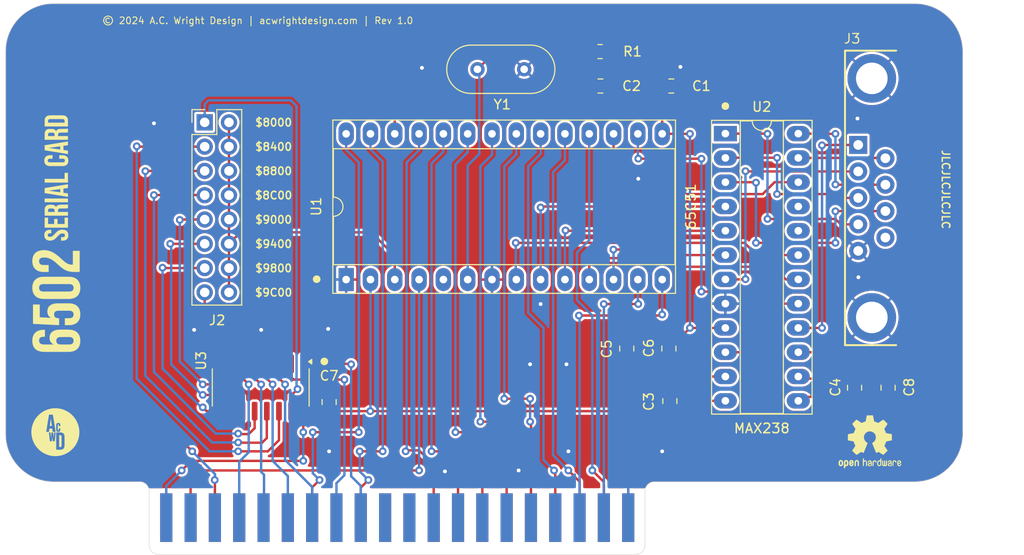
<source format=kicad_pcb>
(kicad_pcb (version 20240108) (generator "pcbnew") (generator_version "8.0")
  (title_block (title "6502 Serial Card") (date "2024-03-19") (rev "1.0") (company "A.C. Wright Design"))
  (layers (0 "F.Cu" signal "Top") (31 "B.Cu" signal "Bottom") (34 "B.Paste" user) (35 "F.Paste" user) (36 "B.SilkS" user "B.Silkscreen") (37 "F.SilkS" user "F.Silkscreen") (38 "B.Mask" user) (39 "F.Mask" user) (44 "Edge.Cuts" user))
  (net 0 "")
  (net 1 "GND")
  (net 2 "VCC")
  (net 3 "A15")
  (net 4 "A14")
  (net 5 "A13")
  (net 6 "A12")
  (net 7 "A11")
  (net 8 "A10")
  (net 9 "Net-(U1-XTALI)")
  (net 10 "Net-(U2-C1-)")
  (net 11 "IRQB")
  (net 12 "RESB")
  (net 13 "/$8000")
  (net 14 "/$8400")
  (net 15 "/$8800")
  (net 16 "/$8C00")
  (net 17 "/$9000")
  (net 18 "/$9400")
  (net 19 "/$9800")
  (net 20 "/$9C00")
  (net 21 "Net-(U2-C1+)")
  (net 22 "Net-(U2-C2-)")
  (net 23 "Net-(U2-C2+)")
  (net 24 "D7")
  (net 25 "RWB")
  (net 26 "A0")
  (net 28 "D5")
  (net 29 "D4")
  (net 31 "D3")
  (net 32 "PHI2")
  (net 33 "D6")
  (net 34 "D2")
  (net 35 "A1")
  (net 36 "D0")
  (net 37 "D1")
  (net 38 "CSB")
  (net 39 "Net-(U2-V+)")
  (net 40 "Net-(U2-V-)")
  (net 42 "TXD")
  (net 56 "DTR")
  (net 57 "DCD")
  (net 59 "RXD")
  (net 61 "DSR")
  (net 62 "CTS")
  (net 63 "RTS")
  (net 64 "RXDIN")
  (net 65 "DCDIN")
  (net 66 "TXDOUT")
  (net 67 "RTSOUT")
  (net 68 "CTSIN")
  (net 69 "DSRIN")
  (net 70 "DTROUT")
  (footprint "Capacitor_SMD:C_0805_2012Metric" (layer "F.Cu") (at 187.2011 116.3636 90)
    (property "Reference" "C4")
    (property "Value" "1uF" (hide yes))
  )
  (footprint "Capacitor_SMD:C_0805_2012Metric" (layer "F.Cu") (at 167.9011 117.7636 -90)
    (property "Reference" "C3")
    (property "Value" "1uF" (hide yes))
  )
  (footprint "Capacitor_SMD:C_0805_2012Metric" (layer "F.Cu") (at 190.7011 116.3636 -90)
    (property "Reference" "C8")
    (property "Value" "1uF" (hide yes))
  )
  (footprint "Capacitor_SMD:C_0805_2012Metric" (layer "F.Cu") (at 168.0511 84.8136)
    (property "Reference" "C1")
    (property "Value" "100nF" (hide yes))
  )
  (footprint "Capacitor_SMD:C_0805_2012Metric" (layer "F.Cu") (at 167.8011 112.2636 -90)
    (property "Reference" "C6")
    (property "Value" "1uF" (hide yes))
  )
  (footprint "Crystal:Crystal_HC49-U_Vertical" (layer "F.Cu") (at 147.8011 83.0636)
    (property "Reference" "Y1")
    (property "Value" "1.8432 Mhz" (hide yes))
  )
  (footprint "Resistor_SMD:R_0805_2012Metric" (layer "F.Cu") (at 160.6136 81.2136 180)
    (property "Reference" "R1")
    (property "Value" "1M" (hide yes))
  )
  (footprint "Capacitor_SMD:C_0805_2012Metric" (layer "F.Cu") (at 132.3011 117.8636 90)
    (property "Reference" "C7")
    (property "Value" "100nF" (hide yes))
  )
  (footprint "Package_DIP:DIP-24_W7.62mm_Socket_LongPads" (layer "F.Cu") (at 173.7011 89.7936)
    (property "Reference" "U2")
    (property "Value" "MAX238")
  )
  (footprint "Capacitor_SMD:C_0805_2012Metric" (layer "F.Cu") (at 163.4011 112.2636 -90)
    (property "Reference" "C5")
    (property "Value" "100nF" (hide yes))
  )
  (footprint "Capacitor_SMD:C_0805_2012Metric" (layer "F.Cu") (at 160.6511 84.8136 180)
    (property "Reference" "C2")
    (property "Value" "22pF" (hide yes))
  )
  (footprint "Package_SO:SOIC-16_3.9x9.9mm_P1.27mm" (layer "F.Cu") (at 125.1561 116.3386 -90)
    (property "Reference" "U3")
    (property "Value" "74LS138" (hide yes))
  )
  (footprint "6502 Parts:DB9" (layer "F.Cu") (at 189.0011 96.51426 -90)
    (property "Reference" "J3")
    (property "Value" "DB9_Female" (hide yes))
  )
  (footprint "Package_DIP:DIP-28_W15.24mm_Socket_LongPads" (layer "F.Cu") (at 134.0811 105.0536 90)
    (property "Reference" "U1")
    (property "Value" "65C51")
  )
  (footprint "Symbol:OSHW-Logo2_7.3x6mm_SilkScreen" (layer "F.Cu") (at 188.8011 122.0136)
    (property "Reference" "REF**" (hide yes))
    (property "Value" "OSHW-Logo2_7.3x6mm_SilkScreen" (hide yes))
  )
  (footprint "A.C. Wright Logo:A.C. Wright Logo 5mm" (layer "F.Cu") (at 103.7011 121.0136)
    (property "Reference" "G***" (hide yes))
    (property "Value" "LOGO" (hide yes))
  )
  (footprint "6502 Logos:6502 Serial Card Logo 5mm" (layer "F.Cu") (at 103.8011 97.6136 90)
    (property "Reference" "G***" (hide yes))
    (property "Value" "LOGO" (hide yes))
  )
  (footprint "Connector_PinHeader_2.54mm:PinHeader_2x08_P2.54mm_Vertical" (layer "F.Cu") (at 119.3011 88.6136)
    (property "Reference" "J2")
    (property "Value" "Conn_02x08_Odd_Even" (hide yes))
  )
  (footprint "6502 Parts:6502CARDEDGE" (layer "F.Cu") (at 115.29 132.49)
    (property "Reference" "J1" (hide yes))
    (property "Value" "6502CARDEDGE" (hide yes))
  )
  (gr_circle (center 173.7011 86.9136) (end 173.9011 86.9136) (stroke (width 0.4)) (fill none) (layer "F.SilkS"))
  (gr_circle (center 131.0011 105.0136) (end 131.2011 105.0136) (stroke (width 0.4)) (fill none) (layer "F.SilkS"))
  (gr_circle (center 131.8011 113.6136) (end 132.0011 113.6136) (stroke (width 0.4)) (fill none) (layer "F.SilkS"))
  (gr_line (start 166.3011 126.1936) (end 193.5011 126.1936) (stroke (width 0.05)) (layer "Edge.Cuts"))
  (gr_line (start 165.3011 132.8136) (end 165.3011 127.1936) (stroke (width 0.05)) (layer "Edge.Cuts"))
  (gr_line (start 113.5011 127.1936) (end 113.5011 132.8136) (stroke (width 0.05)) (layer "Edge.Cuts"))
  (gr_arc (start 198.5011 121.1936) (mid 197.036634 124.729134) (end 193.5011 126.1936) (stroke (width 0.05)) (layer "Edge.Cuts"))
  (gr_line (start 103.5011 126.1936) (end 112.5011 126.1936) (stroke (width 0.05)) (layer "Edge.Cuts"))
  (gr_line (start 98.5011 81.1936) (end 98.5011 121.1936) (stroke (width 0.05)) (layer "Edge.Cuts"))
  (gr_arc (start 193.5011 76.1936) (mid 197.036634 77.658066) (end 198.5011 81.1936) (stroke (width 0.05)) (layer "Edge.Cuts"))
  (gr_arc (start 103.5011 126.1936) (mid 99.965566 124.729134) (end 98.5011 121.1936) (stroke (width 0.05)) (layer "Edge.Cuts"))
  (gr_arc (start 165.3011 132.8136) (mid 165.008207 133.520707) (end 164.3011 133.8136) (stroke (width 0.05)) (layer "Edge.Cuts"))
  (gr_arc (start 112.5011 126.1936) (mid 113.208207 126.486493) (end 113.5011 127.1936) (stroke (width 0.05)) (layer "Edge.Cuts"))
  (gr_arc (start 98.5011 81.1936) (mid 99.965566 77.658066) (end 103.5011 76.1936) (stroke (width 0.05)) (layer "Edge.Cuts"))
  (gr_line (start 114.5011 133.8136) (end 164.3011 133.8136) (stroke (width 0.05)) (layer "Edge.Cuts"))
  (gr_line (start 193.5011 76.1936) (end 103.5011 76.1936) (stroke (width 0.05)) (layer "Edge.Cuts"))
  (gr_line (start 198.5011 121.1936) (end 198.5011 81.1936) (stroke (width 0.05)) (layer "Edge.Cuts"))
  (gr_arc (start 165.3011 127.1936) (mid 165.593993 126.486493) (end 166.3011 126.1936) (stroke (width 0.05)) (layer "Edge.Cuts"))
  (gr_arc (start 114.5011 133.8136) (mid 113.793993 133.520707) (end 113.5011 132.8136) (stroke (width 0.05)) (layer "Edge.Cuts"))
  (gr_text "JLCJLCJLCJLC" (at 196.723 95.631 270) (layer "F.SilkS") (effects (font (size 0.8 0.8))))
  (gr_text "© 2024 A.C. Wright Design | acwrightdesign.com | Rev 1.0" (at 124.841 77.978 0) (layer "F.SilkS") (effects (font (size 0.7 0.7) (thickness 0.1))))
  (gr_text "$9000" (at 126.5011 98.7936 0) (layer "F.SilkS") (effects (font (size 0.8 0.8))))
  (gr_text "$8400" (at 126.5011 91.1736 0) (layer "F.SilkS") (effects (font (size 0.8 0.8))))
  (gr_text "$8C00" (at 126.5011 96.2536 0) (layer "F.SilkS") (effects (font (size 0.8 0.8))))
  (gr_text "$9C00" (at 126.5011 106.4136 0) (layer "F.SilkS") (effects (font (size 0.8 0.8))))
  (gr_text "$8000" (at 126.5011 88.6336 0) (layer "F.SilkS") (effects (font (size 0.8 0.8))))
  (gr_text "$9400" (at 126.5011 101.3336 0) (layer "F.SilkS") (effects (font (size 0.8 0.8))))
  (gr_text "$8800" (at 126.5011 93.7136 0) (layer "F.SilkS") (effects (font (size 0.8 0.8))))
  (gr_text "$9800" (at 126.5011 103.8736 0) (layer "F.SilkS") (effects (font (size 0.8 0.8))))
  (segment (start 115.29 129.95) (end 115.29 125.0247) (width 0.25) (layer "F.Cu") (net 1))
  (via (at 132.3011 123.0136) (size 0.8) (drill 0.4) (layers "F.Cu" "B.Cu") (net 1))
  (via (at 153.3011 113.9136) (size 0.8) (drill 0.4) (layers "F.Cu" "B.Cu") (net 1))
  (via (at 154.4011 107.6136) (size 0.8) (drill 0.4) (layers "F.Cu" "B.Cu") (net 1))
  (via (at 142.0011 82.9136) (size 0.8) (drill 0.4) (layers "F.Cu" "B.Cu") (net 1))
  (via (at 152.1011 125.0136) (size 0.8) (drill 0.4) (layers "F.Cu" "B.Cu") (net 1))
  (via (at 187.6011 104.8136) (size 0.8) (drill 0.4) (layers "F.Cu" "B.Cu") (net 1))
  (via (at 157.1011 113.9136) (size 0.8) (drill 0.4) (layers "F.Cu" "B.Cu") (net 1))
  (via (at 118.2011 110.3136) (size 0.8) (drill 0.4) (layers "F.Cu" "B.Cu") (net 1))
  (via (at 164.6011 94.5136) (size 0.8) (drill 0.4) (layers "F.Cu" "B.Cu") (net 1))
  (via (at 167.1011 123.0136) (size 0.8) (drill 0.4) (layers "F.Cu" "B.Cu") (net 1))
  (via (at 169.0011 82.8136) (size 0.8) (drill 0.4) (layers "F.Cu" "B.Cu") (net 1))
  (via (at 114.0011 88.7136) (size 0.8) (drill 0.4) (layers "F.Cu" "B.Cu") (net 1))
  (via (at 187.5011 88.2136) (size 0.8) (drill 0.4) (layers "F.Cu" "B.Cu") (net 1))
  (via (at 157.3011 123.0136) (size 0.8) (drill 0.4) (layers "F.Cu" "B.Cu") (net 1))
  (via (at 144.4011 125.1136) (size 0.8) (drill 0.4) (layers "F.Cu" "B.Cu") (net 1))
  (via (at 132.2011 110.2136) (size 0.8) (drill 0.4) (layers "F.Cu" "B.Cu") (net 1))
  (via (at 125.2011 110.3136) (size 0.8) (drill 0.4) (layers "F.Cu" "B.Cu") (net 1))
  (segment (start 163.55 129.95) (end 163.55 125.0625) (width 0.25) (layer "B.Cu") (net 1))
  (segment (start 163.55 113.5625) (end 163.2011 113.2136) (width 0.25) (layer "F.Cu") (net 2))
  (segment (start 163.55 129.95) (end 163.55 118.8136) (width 0.25) (layer "F.Cu") (net 2))
  (segment (start 117.9011 124.0136) (end 129.6011 124.0136) (width 0.25) (layer "F.Cu") (net 2))
  (segment (start 116.9011 125.0136) (end 117.9011 124.0136) (width 0.25) (layer "F.Cu") (net 2))
  (segment (start 167.1011 84.8136) (end 167.1011 89.8136) (width 0.25) (layer "F.Cu") (net 2))
  (segment (start 166.6011 111.3136) (end 164.7011 113.2136) (width 0.25) (layer "F.Cu") (net 2))
  (segment (start 167.1011 89.8136) (end 170.0011 89.8136) (width 0.25) (layer "F.Cu") (net 2))
  (segment (start 136.6011 118.8136) (end 132.7011 118.8136) (width 0.25) (layer "F.Cu") (net 2))
  (segment (start 167.8011 111.3136) (end 166.6011 111.3136) (width 0.25) (layer "F.Cu") (net 2))
  (segment (start 136.6011 118.8136) (end 163.55 118.8136) (width 0.25) (layer "F.Cu") (net 2))
  (segment (start 168.8011 111.3136) (end 170.0011 110.1136) (width 0.25) (layer "F.Cu") (net 2))
  (segment (start 170.0011 110.1136) (end 173.7011 110.1136) (width 0.25) (layer "F.Cu") (net 2))
  (segment (start 132.6011 118.8136) (end 129.6011 118.8136) (width 0.25) (layer "F.Cu") (net 2))
  (segment (start 132.4011 118.8136) (end 132.3011 118.8136) (width 0.25) (layer "F.Cu") (net 2))
  (segment (start 164.7011 113.2136) (end 163.2011 113.2136) (width 0.25) (layer "F.Cu") (net 2))
  (segment (start 163.55 118.8136) (end 163.55 113.5625) (width 0.25) (layer "F.Cu") (net 2))
  (segment (start 167.8011 111.3136) (end 168.8011 111.3136) (width 0.25) (layer "F.Cu") (net 2))
  (segment (start 129.6011 121.0136) (end 129.6011 118.8136) (width 0.25) (layer "F.Cu") (net 2))
  (via (at 136.6011 118.8136) (size 0.8) (drill 0.4) (layers "F.Cu" "B.Cu") (net 2))
  (via (at 170.0011 110.1136) (size 0.8) (drill 0.4) (layers "F.Cu" "B.Cu") (net 2))
  (via (at 129.6011 121.0136) (size 0.8) (drill 0.4) (layers "F.Cu" "B.Cu") (net 2))
  (via (at 116.9011 125.0136) (size 0.8) (drill 0.4) (layers "F.Cu" "B.Cu") (net 2))
  (via (at 129.6011 124.0136) (size 0.8) (drill 0.4) (layers "F.Cu" "B.Cu") (net 2))
  (via (at 170.0011 89.8136) (size 0.8) (drill 0.4) (layers "F.Cu" "B.Cu") (net 2))
  (segment (start 129.6011 124.0136) (end 129.6011 121.0136) (width 0.25) (layer "B.Cu") (net 2))
  (segment (start 115.29 129.95) (end 115.29 126.6247) (width 0.25) (layer "B.Cu") (net 2))
  (segment (start 136.6011 118.8136) (end 136.6211 118.7936) (width 0.25) (layer "B.Cu") (net 2))
  (segment (start 170.0011 90.7136) (end 170.0011 110.1136) (width 0.25) (layer "B.Cu") (net 2))
  (segment (start 170.0011 89.8136) (end 170.0011 90.7136) (width 0.25) (layer "B.Cu") (net 2))
  (segment (start 136.6211 118.7936) (end 136.6211 105.0536) (width 0.25) (layer "B.Cu") (net 2))
  (segment (start 115.29 126.6247) (end 116.9011 125.0136) (width 0.25) (layer "B.Cu") (net 2))
  (segment (start 123.9011 116.0136) (end 123.2511 115.3636) (width 0.25) (layer "F.Cu") (net 3))
  (segment (start 123.2511 115.3636) (end 123.2511 113.8636) (width 0.25) (layer "F.Cu") (net 3))
  (via (at 123.9011 116.0136) (size 0.8) (drill 0.4) (layers "F.Cu" "B.Cu") (net 3))
  (segment (start 123.9011 123.1136) (end 123.9011 122.8136) (width 0.25) (layer "B.Cu") (net 3))
  (segment (start 123.9011 122.8136) (end 123.9011 116.0136) (width 0.25) (layer "B.Cu") (net 3))
  (segment (start 122.91 129.95) (end 122.91 124.1047) (width 0.25) (layer "B.Cu") (net 3))
  (segment (start 122.91 124.1047) (end 123.9011 123.1136) (width 0.25) (layer "B.Cu") (net 3))
  (segment (start 125.2011 116.0136) (end 124.5211 115.3336) (width 0.25) (layer "F.Cu") (net 4))
  (segment (start 124.5211 115.3336) (end 124.5211 113.8636) (width 0.25) (layer "F.Cu") (net 4))
  (via (at 125.2011 116.0136) (size 0.8) (drill 0.4) (layers "F.Cu" "B.Cu") (net 4))
  (segment (start 125.5011 125.4636) (end 125.5011 129.8989) (width 0.25) (layer "B.Cu") (net 4))
  (segment (start 125.2011 125.1636) (end 125.5011 125.4636) (width 0.25) (layer "B.Cu") (net 4))
  (segment (start 125.5011 129.8989) (end 125.45 129.95) (width 0.25) (layer "B.Cu") (net 4))
  (segment (start 125.2011 116.0136) (end 125.2011 125.1636) (width 0.25) (layer "B.Cu") (net 4))
  (segment (start 125.8011 115.4136) (end 125.8011 115.3136) (width 0.25) (layer "F.Cu") (net 5))
  (segment (start 125.8011 115.3136) (end 125.7911 115.3036) (width 0.25) (layer "F.Cu") (net 5))
  (segment (start 126.4011 116.0136) (end 125.8011 115.4136) (width 0.25) (layer "F.Cu") (net 5))
  (segment (start 125.7911 115.3036) (end 125.7911 113.8636) (width 0.25) (layer "F.Cu") (net 5))
  (via (at 126.4011 116.0136) (size 0.8) (drill 0.4) (layers "F.Cu" "B.Cu") (net 5))
  (segment (start 127.99 129.95) (end 127.99 125.6025) (width 0.25) (layer "B.Cu") (net 5))
  (segment (start 126.4011 124.0136) (end 126.4011 116.0136) (width 0.25) (layer "B.Cu") (net 5))
  (segment (start 127.99 129.9247) (end 128.0011 129.9136) (width 0.25) (layer "B.Cu") (net 5))
  (segment (start 127.99 125.6025) (end 126.4011 124.0136) (width 0.25) (layer "B.Cu") (net 5))
  (segment (start 127.99 129.95) (end 127.99 129.9247) (width 0.25) (layer "B.Cu") (net 5))
  (segment (start 127.7011 116.0136) (end 127.0611 115.3736) (width 0.25) (layer "F.Cu") (net 6))
  (segment (start 127.0611 115.3736) (end 127.0611 113.8636) (width 0.25) (layer "F.Cu") (net 6))
  (via (at 127.7011 116.0136) (size 0.8) (drill 0.4) (layers "F.Cu" "B.Cu") (net 6))
  (segment (start 130.53 126.7425) (end 127.7011 123.9136) (width 0.25) (layer "B.Cu") (net 6))
  (segment (start 127.7011 123.9136) (end 127.7011 116.0136) (width 0.25) (layer "B.Cu") (net 6))
  (segment (start 130.53 129.95) (end 130.53 126.7425) (width 0.25) (layer "B.Cu") (net 6))
  (segment (start 128.3311 115.2436) (end 128.3311 113.8636) (width 0.25) (layer "F.Cu") (net 7))
  (segment (start 133.9011 115.5136) (end 128.6011 115.5136) (width 0.25) (layer "F.Cu") (net 7))
  (segment (start 128.6011 115.5136) (end 128.3311 115.2436) (width 0.25) (layer "F.Cu") (net 7))
  (via (at 133.9011 115.5136) (size 0.8) (drill 0.4) (layers "F.Cu" "B.Cu") (net 7))
  (segment (start 133.9011 125.5136) (end 133.07 126.3447) (width 0.25) (layer "B.Cu") (net 7))
  (segment (start 133.07 126.3447) (end 133.07 129.95) (width 0.25) (layer "B.Cu") (net 7))
  (segment (start 133.9011 115.5136) (end 133.9011 125.5136) (width 0.25) (layer "B.Cu") (net 7))
  (segment (start 134.5511 113.8636) (end 129.6011 113.8636) (width 0.25) (layer "F.Cu") (net 8))
  (segment (start 134.6011 113.9136) (end 134.5511 113.8636) (width 0.25) (layer "F.Cu") (net 8))
  (via (at 134.6011 113.9136) (size 0.8) (drill 0.4) (layers "F.Cu" "B.Cu") (net 8))
  (segment (start 135.61 126.6225) (end 135.61 129.95) (width 0.25) (layer "B.Cu") (net 8))
  (segment (start 134.6011 125.6136) (end 135.61 126.6225) (width 0.25) (layer "B.Cu") (net 8))
  (segment (start 134.6011 113.9136) (end 134.6011 125.6136) (width 0.25) (layer "B.Cu") (net 8))
  (segment (start 159.7011 81.2136) (end 149.6511 81.2136) (width 0.25) (layer "F.Cu") (net 9))
  (segment (start 159.7011 81.2136) (end 159.7011 84.8136) (width 0.25) (layer "F.Cu") (net 9))
  (segment (start 146.8011 105.0336) (end 146.7811 105.0536) (width 0.25) (layer "F.Cu") (net 9))
  (segment (start 149.6511 81.2136) (end 147.8011 83.0636) (width 0.25) (layer "F.Cu") (net 9))
  (segment (start 147.8011 83.0636) (end 148.0011 83.2636) (width 0.25) (layer "B.Cu") (net 9))
  (segment (start 148.0011 91.9136) (end 146.7811 93.1336) (width 0.25) (layer "B.Cu") (net 9))
  (segment (start 148.0011 83.2636) (end 148.0011 91.9136) (width 0.25) (layer "B.Cu") (net 9))
  (segment (start 146.7811 93.1336) (end 146.7811 105.0536) (width 0.25) (layer "B.Cu") (net 9))
  (segment (start 169.6011 118.7136) (end 170.5811 117.7336) (width 0.25) (layer "F.Cu") (net 10))
  (segment (start 170.5811 117.7336) (end 173.7011 117.7336) (width 0.25) (layer "F.Cu") (net 10))
  (segment (start 167.9011 118.7136) (end 169.6011 118.7136) (width 0.25) (layer "F.Cu") (net 10))
  (segment (start 139.1611 86.4736) (end 139.1611 89.8136) (width 0.25) (layer "F.Cu") (net 11))
  (segment (start 110.9011 115.9136) (end 110.9011 87.4136) (width 0.25) (layer "F.Cu") (net 11))
  (segment (start 118.0011 123.0136) (end 110.9011 115.9136) (width 0.25) (layer "F.Cu") (net 11))
  (segment (start 120.37 126.0325) (end 120.37 129.95) (width 0.25) (layer "F.Cu") (net 11))
  (segment (start 137.7511 85.0636) (end 139.1611 86.4736) (width 0.25) (layer "F.Cu") (net 11))
  (segment (start 113.2511 85.0636) (end 137.7511 85.0636) (width 0.25) (layer "F.Cu") (net 11))
  (segment (start 120.3511 126.0136) (end 120.37 126.0325) (width 0.25) (layer "F.Cu") (net 11))
  (segment (start 110.9011 87.4136) (end 113.2511 85.0636) (width 0.25) (layer "F.Cu") (net 11))
  (via (at 118.0011 123.0136) (size 0.8) (drill 0.4) (layers "F.Cu" "B.Cu") (net 11))
  (via (at 120.3511 126.0136) (size 0.8) (drill 0.4) (layers "F.Cu" "B.Cu") (net 11))
  (segment (start 120.3761 125.9886) (end 120.3511 126.0136) (width 0.25) (layer "B.Cu") (net 11))
  (segment (start 118.0011 123.0136) (end 120.3761 125.3886) (width 0.25) (layer "B.Cu") (net 11))
  (segment (start 120.3761 125.3886) (end 120.3761 125.9886) (width 0.25) (layer "B.Cu") (net 11))
  (segment (start 117.83 129.95) (end 117.83 126.1847) (width 0.25) (layer "F.Cu") (net 12))
  (segment (start 119.0011 125.0136) (end 119.9011 125.0136) (width 0.25) (layer "F.Cu") (net 12))
  (segment (start 117.83 126.1847) (end 119.0011 125.0136) (width 0.25) (layer "F.Cu") (net 12))
  (segment (start 119.9011 125.0136) (end 141.7011 125.0136) (width 0.25) (layer "F.Cu") (net 12))
  (via (at 141.7011 125.0136) (size 0.8) (drill 0.4) (layers "F.Cu" "B.Cu") (net 12))
  (segment (start 141.7011 125.0136) (end 141.7011 105.0536) (width 0.25) (layer "B.Cu") (net 12))
  (segment (start 128.3311 117.1836) (end 129.0011 116.5136) (width 0.25) (layer "F.Cu") (net 13))
  (segment (start 128.3311 118.8136) (end 128.3311 117.1836) (width 0.25) (layer "F.Cu") (net 13))
  (via (at 129.0011 116.5136) (size 0.8) (drill 0.4) (layers "F.Cu" "B.Cu") (net 13))
  (segment (start 119.3011 86.7136) (end 119.3011 88.6136) (width 0.25) (layer "B.Cu") (net 13))
  (segment (start 119.7011 86.3136) (end 119.3011 86.7136) (width 0.25) (layer "B.Cu") (net 13))
  (segment (start 128.9011 86.9136) (end 128.3011 86.3136) (width 0.25) (layer "B.Cu") (net 13))
  (segment (start 129.0011 116.5136) (end 128.9011 116.4136) (width 0.25) (layer "B.Cu") (net 13))
  (segment (start 128.9011 116.4136) (end 128.9011 86.9136) (width 0.25) (layer "B.Cu") (net 13))
  (segment (start 128.3011 86.3136) (end 119.7011 86.3136) (width 0.25) (layer "B.Cu") (net 13))
  (segment (start 127.0611 121.8536) (end 125.9011 123.0136) (width 0.25) (layer "F.Cu") (net 14))
  (segment (start 112.2411 91.1536) (end 112.2011 91.1136) (width 0.25) (layer "F.Cu") (net 14))
  (segment (start 127.0611 118.8136) (end 127.0611 121.8536) (width 0.25) (layer "F.Cu") (net 14))
  (segment (start 119.3011 91.1536) (end 112.2411 91.1536) (width 0.25) (layer "F.Cu") (net 14))
  (segment (start 125.9011 123.0136) (end 122.8011 123.0136) (width 0.25) (layer "F.Cu") (net 14))
  (via (at 112.2011 91.1136) (size 0.8) (drill 0.4) (layers "F.Cu" "B.Cu") (net 14))
  (via (at 122.8011 123.0136) (size 0.8) (drill 0.4) (layers "F.Cu" "B.Cu") (net 14))
  (segment (start 119.8011 123.0136) (end 122.8011 123.0136) (width 0.25) (layer "B.Cu") (net 14))
  (segment (start 112.2011 115.4136) (end 119.8011 123.0136) (width 0.25) (layer "B.Cu") (net 14))
  (segment (start 112.2011 91.1136) (end 112.2011 115.4136) (width 0.25) (layer "B.Cu") (net 14))
  (segment (start 113.1011 93.7136) (end 113.1211 93.6936) (width 0.25) (layer "F.Cu") (net 15))
  (segment (start 122.828103 122.1136) (end 122.8011 122.086597) (width 0.25) (layer "F.Cu") (net 15))
  (segment (start 113.1211 93.6936) (end 119.3011 93.6936) (width 0.25) (layer "F.Cu") (net 15))
  (segment (start 125.3011 122.1136) (end 122.828103 122.1136) (width 0.25) (layer "F.Cu") (net 15))
  (segment (start 125.7911 121.6236) (end 125.3011 122.1136) (width 0.25) (layer "F.Cu") (net 15))
  (segment (start 125.7911 118.8136) (end 125.7911 121.6236) (width 0.25) (layer "F.Cu") (net 15))
  (via (at 113.1011 93.7136) (size 0.8) (drill 0.4) (layers "F.Cu" "B.Cu") (net 15))
  (via (at 122.8011 122.086597) (size 0.8) (drill 0.4) (layers "F.Cu" "B.Cu") (net 15))
  (segment (start 113.1011 115.1136) (end 120.074097 122.086597) (width 0.25) (layer "B.Cu") (net 15))
  (segment (start 120.074097 122.086597) (end 122.8011 122.086597) (width 0.25) (layer "B.Cu") (net 15))
  (segment (start 113.1011 93.7136) (end 113.1011 115.1136) (width 0.25) (layer "B.Cu") (net 15))
  (segment (start 119.2811 96.2136) (end 119.3011 96.2336) (width 0.25) (layer "F.Cu") (net 16))
  (segment (start 122.855106 121.2136) (end 122.8011 121.159594) (width 0.25) (layer "F.Cu") (net 16))
  (segment (start 123.9011 121.2136) (end 122.855106 121.2136) (width 0.25) (layer "F.Cu") (net 16))
  (segment (start 124.5211 120.5936) (end 123.9011 121.2136) (width 0.25) (layer "F.Cu") (net 16))
  (segment (start 124.5211 118.8136) (end 124.5211 120.5936) (width 0.25) (layer "F.Cu") (net 16))
  (segment (start 114.0011 96.2136) (end 119.2811 96.2136) (width 0.25) (layer "F.Cu") (net 16))
  (via (at 122.8011 121.159594) (size 0.8) (drill 0.4) (layers "F.Cu" "B.Cu") (net 16))
  (via (at 114.0011 96.2136) (size 0.8) (drill 0.4) (layers "F.Cu" "B.Cu") (net 16))
  (segment (start 114.0011 96.2136) (end 114.0011 114.7136) (width 0.25) (layer "B.Cu") (net 16))
  (segment (start 120.447094 121.159594) (end 122.8011 121.159594) (width 0.25) (layer "B.Cu") (net 16))
  (segment (start 114.0011 114.7136) (end 120.447094 121.159594) (width 0.25) (layer "B.Cu") (net 16))
  (segment (start 122.0011 116.0136) (end 119.1011 116.0136) (width 0.25) (layer "F.Cu") (net 17))
  (segment (start 123.2511 117.2636) (end 122.0011 116.0136) (width 0.25) (layer "F.Cu") (net 17))
  (segment (start 123.2511 118.8136) (end 123.2511 117.2636) (width 0.25) (layer "F.Cu") (net 17))
  (segment (start 116.7011 98.8136) (end 116.7411 98.7736) (width 0.25) (layer "F.Cu") (net 17))
  (segment (start 116.7411 98.7736) (end 119.3011 98.7736) (width 0.25) (layer "F.Cu") (net 17))
  (via (at 119.1011 116.0136) (size 0.8) (drill 0.4) (layers "F.Cu" "B.Cu") (net 17))
  (via (at 116.7011 98.8136) (size 0.8) (drill 0.4) (layers "F.Cu" "B.Cu") (net 17))
  (segment (start 116.7011 113.6136) (end 116.7011 98.8136) (width 0.25) (layer "B.Cu") (net 17))
  (segment (start 119.1011 116.0136) (end 116.7011 113.6136) (width 0.25) (layer "B.Cu") (net 17))
  (segment (start 121.6011 117.1136) (end 121.9811 117.4936) (width 0.25) (layer "F.Cu") (net 18))
  (segment (start 121.9811 117.4936) (end 121.9811 118.8136) (width 0.25) (layer "F.Cu") (net 18))
  (segment (start 119.1011 117.1136) (end 121.6011 117.1136) (width 0.25) (layer "F.Cu") (net 18))
  (segment (start 115.7011 101.3136) (end 119.3011 101.3136) (width 0.25) (layer "F.Cu") (net 18))
  (via (at 119.1011 117.1136) (size 0.8) (drill 0.4) (layers "F.Cu" "B.Cu") (net 18))
  (via (at 115.7011 101.3136) (size 0.8) (drill 0.4) (layers "F.Cu" "B.Cu") (net 18))
  (segment (start 119.0011 117.1136) (end 115.8011 113.9136) (width 0.25) (layer "B.Cu") (net 18))
  (segment (start 115.8011 113.9136) (end 115.8011 101.4136) (width 0.25) (layer "B.Cu") (net 18))
  (segment (start 115.8011 101.4136) (end 115.7011 101.3136) (width 0.25) (layer "B.Cu") (net 18))
  (segment (start 119.1011 117.1136) (end 119.0011 117.1136) (width 0.25) (layer "B.Cu") (net 18))
  (segment (start 119.1011 118.4136) (end 119.5011 118.8136) (width 0.25) (layer "F.Cu") (net 19))
  (segment (start 114.9011 103.8136) (end 114.9411 103.8536) (width 0.25) (layer "F.Cu") (net 19))
  (segment (start 119.5011 118.8136) (end 120.7111 118.8136) (width 0.25) (layer "F.Cu") (net 19))
  (segment (start 114.9411 103.8536) (end 119.3011 103.8536) (width 0.25) (layer "F.Cu") (net 19))
  (via (at 114.9011 103.8136) (size 0.8) (drill 0.4) (layers "F.Cu" "B.Cu") (net 19))
  (via (at 119.1011 118.4136) (size 0.8) (drill 0.4) (layers "F.Cu" "B.Cu") (net 19))
  (segment (start 114.9011 114.3636) (end 114.9011 103.8136) (width 0.25) (layer "B.Cu") (net 19))
  (segment (start 118.9511 118.4136) (end 114.9011 114.3636) (width 0.25) (layer "B.Cu") (net 19))
  (segment (start 119.1011 118.4136) (end 118.9511 118.4136) (width 0.25) (layer "B.Cu") (net 19))
  (segment (start 121.9811 113.8636) (end 121.9811 112.1936) (width 0.25) (layer "F.Cu") (net 20))
  (segment (start 121.9811 112.1936) (end 119.3011 109.5136) (width 0.25) (layer "F.Cu") (net 20))
  (segment (start 119.3011 109.5136) (end 119.3011 106.3936) (width 0.25) (layer "F.Cu") (net 20))
  (segment (start 168.2011 116.5136) (end 175.5011 116.5136) (width 0.25) (layer "F.Cu") (net 21))
  (segment (start 176.4011 113.4136) (end 175.6411 112.6536) (width 0.25) (layer "F.Cu") (net 21))
  (segment (start 175.6411 112.6536) (end 173.7011 112.6536) (width 0.25) (layer "F.Cu") (net 21))
  (segment (start 175.5011 116.5136) (end 176.4011 115.6136) (width 0.25) (layer "F.Cu") (net 21))
  (segment (start 176.4011 115.6136) (end 176.4011 113.4136) (width 0.25) (layer "F.Cu") (net 21))
  (segment (start 167.9011 116.8136) (end 168.2011 116.5136) (width 0.25) (layer "F.Cu") (net 21))
  (segment (start 187.2011 115.4136) (end 181.5411 115.4136) (width 0.25) (layer "F.Cu") (net 22))
  (segment (start 181.5411 115.4136) (end 181.3211 115.1936) (width 0.25) (layer "F.Cu") (net 22))
  (segment (start 187.2011 117.3136) (end 181.7411 117.3136) (width 0.25) (layer "F.Cu") (net 23))
  (segment (start 181.7411 117.3136) (end 181.3211 117.7336) (width 0.25) (layer "F.Cu") (net 23))
  (segment (start 143.23 124.4425) (end 141.7011 122.9136) (width 0.25) (layer "F.Cu") (net 24))
  (segment (start 141.7011 122.9136) (end 140.4011 122.9136) (width 0.25) (layer "F.Cu") (net 24))
  (segment (start 143.23 129.95) (end 143.23 124.4425) (width 0.25) (layer "F.Cu") (net 24))
  (segment (start 140.4011 122.9136) (end 140.3011 123.0136) (width 0.25) (layer "F.Cu") (net 24))
  (via (at 140.3011 123.0136) (size 0.8) (drill 0.4) (layers "F.Cu" "B.Cu") (net 24))
  (segment (start 140.4011 122.9136) (end 140.3011 123.0136) (width 0.25) (layer "B.Cu") (net 24))
  (segment (start 141.7011 89.8136) (end 141.7011 91.5136) (width 0.25) (layer "B.Cu") (net 24))
  (segment (start 141.7011 91.5136) (end 140.4011 92.8136) (width 0.25) (layer "B.Cu") (net 24))
  (segment (start 140.4011 92.8136) (end 140.4011 122.9136) (width 0.25) (layer "B.Cu") (net 24))
  (segment (start 130.53 126.7847) (end 130.53 129.95) (width 0.25) (layer "F.Cu") (net 25))
  (segment (start 135.4011 121.0136) (end 130.6011 121.0136) (width 0.25) (layer "F.Cu") (net 25))
  (segment (start 131.3011 126.0136) (end 130.53 126.7847) (width 0.25) (layer "F.Cu") (net 25))
  (via (at 131.3011 126.0136) (size 0.8) (drill 0.4) (layers "F.Cu" "B.Cu") (net 25))
  (via (at 130.6011 121.0136) (size 0.8) (drill 0.4) (layers "F.Cu" "B.Cu") (net 25))
  (via (at 135.4011 121.0136) (size 0.8) (drill 0.4) (layers "F.Cu" "B.Cu") (net 25))
  (segment (start 130.6011 125.3136) (end 130.6011 121.0136) (width 0.25) (layer "B.Cu") (net 25))
  (segment (start 134.0811 91.4936) (end 135.4011 92.8136) (width 0.25) (layer "B.Cu") (net 25))
  (segment (start 131.3011 126.0136) (end 130.6011 125.3136) (width 0.25) (layer "B.Cu") (net 25))
  (segment (start 134.0811 89.8136) (end 134.0811 91.4936) (width 0.25) (layer "B.Cu") (net 25))
  (segment (start 135.4011 92.8136) (end 135.4011 106.2376) (width 0.25) (layer "B.Cu") (net 25))
  (segment (start 135.4011 106.2376) (end 135.4011 121.0136) (width 0.25) (layer "B.Cu") (net 25))
  (segment (start 161.7011 107.6136) (end 164.6011 107.6136) (width 0.25) (layer "F.Cu") (net 26))
  (segment (start 161.0011 107.6136) (end 161.7011 107.6136) (width 0.25) (layer "F.Cu") (net 26))
  (via (at 161.0011 107.6136) (size 0.8) (drill 0.4) (layers "F.Cu" "B.Cu") (net 26))
  (via (at 164.6011 107.6136) (size 0.8) (drill 0.4) (layers "F.Cu" "B.Cu") (net 26))
  (segment (start 161.01 107.6225) (end 161.0011 107.6136) (width 0.25) (layer "B.Cu") (net 26))
  (segment (start 164.5611 107.1736) (end 164.5611 105.0536) (width 0.25) (layer "B.Cu") (net 26))
  (segment (start 164.6011 107.2136) (end 164.5611 107.1736) (width 0.25) (layer "B.Cu") (net 26))
  (segment (start 161.01 129.95) (end 161.01 107.6225) (width 0.25) (layer "B.Cu") (net 26))
  (segment (start 164.6011 107.6136) (end 164.6011 107.2136) (width 0.25) (layer "B.Cu") (net 26))
  (segment (start 145.5011 121.0136) (end 147.3011 121.0136) (width 0.25) (layer "F.Cu") (net 28))
  (segment (start 147.3011 121.0136) (end 148.31 122.0225) (width 0.25) (layer "F.Cu") (net 28))
  (segment (start 148.31 122.0225) (end 148.31 129.95) (width 0.25) (layer "F.Cu") (net 28))
  (via (at 145.5011 121.0136) (size 0.8) (drill 0.4) (layers "F.Cu" "B.Cu") (net 28))
  (segment (start 146.7811 89.8136) (end 146.7811 91.7336) (width 0.25) (layer "B.Cu") (net 28))
  (segment (start 145.5011 93.0136) (end 145.5011 121.0136) (width 0.25) (layer "B.Cu") (net 28))
  (segment (start 146.7811 91.7336) (end 145.5011 93.0136) (width 0.25) (layer "B.Cu") (net 28))
  (segment (start 150.85 120.9625) (end 150.85 129.95) (width 0.25) (layer "F.Cu") (net 29))
  (segment (start 149.8011 119.9136) (end 150.85 120.9625) (width 0.25) (layer "F.Cu") (net 29))
  (segment (start 148.1011 119.9136) (end 149.8011 119.9136) (width 0.25) (layer "F.Cu") (net 29))
  (via (at 148.1011 119.9136) (size 0.8) (drill 0.4) (layers "F.Cu" "B.Cu") (net 29))
  (segment (start 149.3211 91.9936) (end 148.1011 93.2136) (width 0.25) (layer "B.Cu") (net 29))
  (segment (start 148.1011 93.2136) (end 148.1011 119.9136) (width 0.25) (layer "B.Cu") (net 29))
  (segment (start 149.3211 89.8136) (end 149.3211 91.9936) (width 0.25) (layer "B.Cu") (net 29))
  (segment (start 153.39 120.0025) (end 153.39 129.95) (width 0.25) (layer "F.Cu") (net 31))
  (segment (start 150.6011 117.5136) (end 153.3011 117.5136) (width 0.25) (layer "F.Cu") (net 31))
  (segment (start 153.3011 119.9136) (end 153.39 120.0025) (width 0.25) (layer "F.Cu") (net 31))
  (via (at 153.3011 117.5136) (size 0.8) (drill 0.4) (layers "F.Cu" "B.Cu") (net 31))
  (via (at 153.3011 119.9136) (size 0.8) (drill 0.4) (layers "F.Cu" "B.Cu") (net 31))
  (via (at 150.6011 117.5136) (size 0.8) (drill 0.4) (layers "F.Cu" "B.Cu") (net 31))
  (segment (start 151.8611 89.8136) (end 151.8611 91.9536) (width 0.25) (layer "B.Cu") (net 31))
  (segment (start 150.6011 110.7136) (end 150.6011 117.5136) (width 0.25) (layer "B.Cu") (net 31))
  (segment (start 151.8611 91.9536) (end 150.6011 93.2136) (width 0.25) (layer "B.Cu") (net 31))
  (segment (start 150.6011 93.2136) (end 150.6011 110.7136) (width 0.25) (layer "B.Cu") (net 31))
  (segment (start 153.3011 117.5136) (end 153.3011 119.9136) (width 0.25) (layer "B.Cu") (net 31))
  (segment (start 135.61 126.8047) (end 135.61 129.95) (width 0.25) (layer "F.Cu") (net 32))
  (segment (start 137.9011 123.0136) (end 135.5011 123.0136) (width 0.25) (layer "F.Cu") (net 32))
  (segment (start 136.4011 126.0136) (end 135.61 126.8047) (width 0.25) (layer "F.Cu") (net 32))
  (via (at 135.5011 123.0136) (size 0.8) (drill 0.4) (layers "F.Cu" "B.Cu") (net 32))
  (via (at 136.4011 126.0136) (size 0.8) (drill 0.4) (layers "F.Cu" "B.Cu") (net 32))
  (via (at 137.9011 123.0136) (size 0.8) (drill 0.4) (layers "F.Cu" "B.Cu") (net 32))
  (segment (start 135.5011 125.1136) (end 136.4011 126.0136) (width 0.25) (layer "B.Cu") (net 32))
  (segment (start 135.5011 123.0136) (end 135.5011 125.1136) (width 0.25) (layer "B.Cu") (net 32))
  (segment (start 136.6211 89.8136) (end 136.6211 91.4336) (width 0.25) (layer "B.Cu") (net 32))
  (segment (start 136.6211 91.4336) (end 137.9011 92.7136) (width 0.25) (layer "B.Cu") (net 32))
  (segment (start 137.9011 92.7136) (end 137.9011 123.0136) (width 0.25) (layer "B.Cu") (net 32))
  (segment (start 143.0011 123.0136) (end 144.3011 123.0136) (width 0.25) (layer "F.Cu") (net 33))
  (segment (start 145.77 124.5447) (end 145.77 129.95) (width 0.25) (layer "F.Cu") (net 33))
  (segment (start 144.3011 123.0136) (end 145.8011 124.5136) (width 0.25) (layer "F.Cu") (net 33))
  (segment (start 145.8011 124.5136) (end 145.77 124.5447) (width 0.25) (layer "F.Cu") (net 33))
  (via (at 143.0011 123.0136) (size 0.8) (drill 0.4) (layers "F.Cu" "B.Cu") (net 33))
  (segment (start 144.2411 89.8136) (end 144.2411 91.6736) (width 0.25) (layer "B.Cu") (net 33))
  (segment (start 143.0011 92.9136) (end 143.0011 107.3136) (width 0.25) (layer "B.Cu") (net 33))
  (segment (start 144.2411 91.6736) (end 143.0011 92.9136) (width 0.25) (layer "B.Cu") (net 33))
  (segment (start 143.0011 107.3136) (end 143.0011 123.0136) (width 0.25) (layer "B.Cu") (net 33))
  (segment (start 155.8011 125.0136) (end 155.93 125.1425) (width 0.25) (layer "F.Cu") (net 34))
  (segment (start 155.93 125.1425) (end 155.93 129.95) (width 0.25) (layer "F.Cu") (net 34))
  (via (at 155.8011 125.0136) (size 0.8) (drill 0.4) (layers "F.Cu" "B.Cu") (net 34))
  (segment (start 154.4011 91.9136) (end 153.1011 93.2136) (width 0.25) (layer "B.Cu") (net 34))
  (segment (start 154.7011 110.1136) (end 154.7011 110.4136) (width 0.25) (layer "B.Cu") (net 34))
  (segment (start 154.7011 123.4136) (end 154.7011 123.9136) (width 0.25) (layer "B.Cu") (net 34))
  (segment (start 154.7011 110.4136) (end 154.7011 123.4136) (width 0.25) (layer "B.Cu") (net 34))
  (segment (start 153.1011 93.2136) (end 153.1011 108.5136) (width 0.25) (layer "B.Cu") (net 34))
  (segment (start 153.1011 108.5136) (end 153.9531 109.3656) (width 0.25) (layer "B.Cu") (net 34))
  (segment (start 154.4011 89.8136) (end 154.4011 91.9136) (width 0.25) (layer "B.Cu") (net 34))
  (segment (start 154.7011 123.9136) (end 155.8011 125.0136) (width 0.25) (layer "B.Cu") (net 34))
  (segment (start 153.9531 109.3656) (end 154.7011 110.1136) (width 0.25) (layer "B.Cu") (net 34))
  (segment (start 158.4011 108.8136) (end 167.0011 108.8136) (width 0.25) (layer "F.Cu") (net 35))
  (segment (start 167.0011 108.8136) (end 167.1011 108.7136) (width 0.25) (layer "F.Cu") (net 35))
  (via (at 158.4011 108.8136) (size 0.8) (drill 0.4) (layers "F.Cu" "B.Cu") (net 35))
  (via (at 167.1011 108.7136) (size 0.8) (drill 0.4) (layers "F.Cu" "B.Cu") (net 35))
  (segment (start 167.1011 108.7136) (end 167.1011 105.0536) (width 0.25) (layer "B.Cu") (net 35))
  (segment (start 158.47 129.95) (end 158.47 108.8825) (width 0.25) (layer "B.Cu") (net 35))
  (segment (start 158.47 108.8825) (end 158.4011 108.8136) (width 0.25) (layer "B.Cu") (net 35))
  (segment (start 161.0011 126.6136) (end 161.01 126.6225) (width 0.25) (layer "F.Cu") (net 36))
  (segment (start 161.01 126.6225) (end 161.01 129.95) (width 0.25) (layer "F.Cu") (net 36))
  (segment (start 159.8011 125.0136) (end 161.0011 126.2136) (width 0.25) (layer "F.Cu") (net 36))
  (segment (start 161.0011 126.2136) (end 161.0011 126.6136) (width 0.25) (layer "F.Cu") (net 36))
  (via (at 159.8011 125.0136) (size 0.8) (drill 0.4) (layers "F.Cu" "B.Cu") (net 36))
  (segment (start 158.2011 102.2136) (end 158.2011 107.2136) (width 0.25) (layer "B.Cu") (net 36))
  (segment (start 159.8011 108.8136) (end 159.8011 125.0136) (width 0.25) (layer "B.Cu") (net 36))
  (segment (start 158.2011 107.2136) (end 159.8011 108.8136) (width 0.25) (layer "B.Cu") (net 36))
  (segment (start 159.4811 89.8136) (end 159.4811 100.9336) (width 0.25) (layer "B.Cu") (net 36))
  (segment (start 159.4811 100.9336) (end 158.2011 102.2136) (width 0.25) (layer "B.Cu") (net 36))
  (segment (start 158.47 126.1825) (end 158.47 129.95) (width 0.25) (layer "F.Cu") (net 37))
  (segment (start 157.3011 125.0136) (end 158.47 126.1825) (width 0.25) (layer "F.Cu") (net 37))
  (via (at 157.3011 125.0136) (size 0.8) (drill 0.4) (layers "F.Cu" "B.Cu") (net 37))
  (segment (start 155.7011 93.8136) (end 155.7011 123.4136) (width 0.25) (layer "B.Cu") (net 37))
  (segment (start 156.9411 89.8136) (end 156.9411 92.5736) (width 0.25) (layer "B.Cu") (net 37))
  (segment (start 156.9411 92.5736) (end 155.7011 93.8136) (width 0.25) (layer "B.Cu") (net 37))
  (segment (start 155.7011 123.4136) (end 157.3011 125.0136) (width 0.25) (layer "B.Cu") (net 37))
  (segment (start 123.0411 100.1136) (end 121.8411 101.3136) (width 0.25) (layer "F.Cu") (net 38))
  (segment (start 139.1611 102.5736) (end 136.7011 100.1136) (width 0.25) (layer "F.Cu") (net 38))
  (segment (start 139.1611 105.0536) (end 139.1611 102.5736) (width 0.25) (layer "F.Cu") (net 38))
  (segment (start 121.8411 88.6136) (end 121.8411 106.3936) (width 0.25) (layer "F.Cu") (net 38))
  (segment (start 136.7011 100.1136) (end 123.0411 100.1136) (width 0.25) (layer "F.Cu") (net 38))
  (segment (start 171.3811 115.1936) (end 173.7011 115.1936) (width 0.25) (layer "F.Cu") (net 39))
  (segment (start 167.8011 113.2136) (end 169.4011 113.2136) (width 0.25) (layer "F.Cu") (net 39))
  (segment (start 169.4011 113.2136) (end 171.3811 115.1936) (width 0.25) (layer "F.Cu") (net 39))
  (segment (start 187.9411 112.6536) (end 181.3211 112.6536) (width 0.25) (layer "F.Cu") (net 40))
  (segment (start 190.7011 115.4136) (end 187.9411 112.6536) (width 0.25) (layer "F.Cu") (net 40))
  (segment (start 184.9011 96.1136) (end 179.1011 96.1136) (width 0.25) (layer "F.Cu") (net 42))
  (segment (start 187.58124 96.51426) (end 185.60176 96.51426) (width 0.25) (layer "F.Cu") (net 42))
  (segment (start 185.2011 96.1136) (end 184.9011 96.1136) (width 0.25) (layer "F.Cu") (net 42))
  (segment (start 173.7211 92.3136) (end 173.7011 92.3336) (width 0.25) (layer "F.Cu") (net 42))
  (segment (start 179.1011 92.3136) (end 173.7211 92.3136) (width 0.25) (layer "F.Cu") (net 42))
  (segment (start 185.60176 96.51426) (end 185.2011 96.1136) (width 0.25) (layer "F.Cu") (net 42))
  (via (at 179.1011 96.1136) (size 0.8) (drill 0.4) (layers "F.Cu" "B.Cu") (net 42))
  (via (at 179.1011 92.3136) (size 0.8) (drill 0.4) (layers "F.Cu" "B.Cu") (net 42))
  (segment (start 179.1011 96.1136) (end 179.1011 92.3136) (width 0.25) (layer "B.Cu") (net 42))
  (segment (start 178.0811 89.7936) (end 173.7011 89.7936) (width 0.25) (layer "F.Cu") (net 56))
  (segment (start 185.77036 99.28286) (end 187.58124 99.28286) (width 0.25) (layer "F.Cu") (net 56))
  (segment (start 185.2011 98.7136) (end 185.77036 99.28286) (width 0.25) (layer "F.Cu") (net 56))
  (segment (start 178.1011 98.7136) (end 185.2011 98.7136) (width 0.25) (layer "F.Cu") (net 56))
  (segment (start 178.1011 89.8136) (end 178.0811 89.7936) (width 0.25) (layer "F.Cu") (net 56))
  (via (at 178.1011 89.8136) (size 0.8) (drill 0.4) (layers "F.Cu" "B.Cu") (net 56))
  (via (at 178.1011 98.7136) (size 0.8) (drill 0.4) (layers "F.Cu" "B.Cu") (net 56))
  (segment (start 178.1011 98.7136) (end 178.1011 89.8136) (width 0.25) (layer "B.Cu") (net 56))
  (segment (start 183.84018 90.97452) (end 183.8011 91.0136) (width 0.25) (layer "F.Cu") (net 57))
  (segment (start 183.8011 110.1136) (end 181.3211 110.1136) (width 0.25) (layer "F.Cu") (net 57))
  (segment (start 187.58124 90.97452) (end 183.84018 90.97452) (width 0.25) (layer "F.Cu") (net 57))
  (via (at 183.8011 91.0136) (size 0.8) (drill 0.4) (layers "F.Cu" "B.Cu") (net 57))
  (via (at 183.8011 110.1136) (size 0.8) (drill 0.4) (layers "F.Cu" "B.Cu") (net 57))
  (segment (start 183.8011 91.0136) (end 183.8011 110.1136) (width 0.25) (layer "B.Cu") (net 57))
  (segment (start 175.7811 105.0336) (end 175.8011 105.0136) (width 0.25) (layer "F.Cu") (net 59))
  (segment (start 173.7011 105.0336) (end 175.7811 105.0336) (width 0.25) (layer "F.Cu") (net 59))
  (segment (start 175.83316 93.74566) (end 175.8011 93.7136) (width 0.25) (layer "F.Cu") (net 59))
  (segment (start 173.7211 105.0136) (end 173.7011 105.0336) (width 0.25) (layer "F.Cu") (net 59))
  (segment (start 187.58124 93.74566) (end 175.83316 93.74566) (width 0.25) (layer "F.Cu") (net 59))
  (via (at 175.8011 93.7136) (size 0.8) (drill 0.4) (layers "F.Cu" "B.Cu") (net 59))
  (via (at 175.8011 105.0136) (size 0.8) (drill 0.4) (layers "F.Cu" "B.Cu") (net 59))
  (segment (start 175.8011 93.7136) (end 175.8011 103.7136) (width 0.25) (layer "B.Cu") (net 59))
  (segment (start 175.8011 103.7136) (end 175.8011 105.0136) (width 0.25) (layer "B.Cu") (net 59))
  (segment (start 190.38812 92.3336) (end 190.42096 92.36644) (width 0.25) (layer "F.Cu") (net 61))
  (segment (start 181.3211 92.3336) (end 190.38812 92.3336) (width 0.25) (layer "F.Cu") (net 61))
  (segment (start 190.42096 97.89348) (end 185.22122 97.89348) (width 0.25) (layer "F.Cu") (net 62))
  (segment (start 176.8611 94.8736) (end 173.7011 94.8736) (width 0.25) (layer "F.Cu") (net 62))
  (segment (start 176.9011 94.9136) (end 176.8611 94.8736) (width 0.25) (layer "F.Cu") (net 62))
  (segment (start 185.22122 97.89348) (end 185.2011 97.9136) (width 0.25) (layer "F.Cu") (net 62))
  (segment (start 185.2011 101.2136) (end 184.6011 101.2136) (width 0.25) (layer "F.Cu") (net 62))
  (segment (start 184.6011 101.2136) (end 176.9011 101.2136) (width 0.25) (layer "F.Cu") (net 62))
  (via (at 185.2011 97.9136) (size 0.8) (drill 0.4) (layers "F.Cu" "B.Cu") (net 62))
  (via (at 176.9011 101.2136) (size 0.8) (drill 0.4) (layers "F.Cu" "B.Cu") (net 62))
  (via (at 185.2011 101.2136) (size 0.8) (drill 0.4) (layers "F.Cu" "B.Cu") (net 62))
  (via (at 176.9011 94.9136) (size 0.8) (drill 0.4) (layers "F.Cu" "B.Cu") (net 62))
  (segment (start 176.9011 101.2136) (end 176.9011 94.9136) (width 0.25) (layer "B.Cu") (net 62))
  (segment (start 185.2011 97.9136) (end 185.2011 101.2136) (width 0.25) (layer "B.Cu") (net 62))
  (segment (start 185.22254 95.13504) (end 185.2011 95.1136) (width 0.25) (layer "F.Cu") (net 63))
  (segment (start 190.42096 95.13504) (end 185.22254 95.13504) (width 0.25) (layer "F.Cu") (net 63))
  (segment (start 183.8811 89.7936) (end 181.3211 89.7936) (width 0.25) (layer "F.Cu") (net 63))
  (segment (start 185.2011 89.8136) (end 183.9011 89.8136) (width 0.25) (layer "F.Cu") (net 63))
  (segment (start 183.9011 89.8136) (end 183.8811 89.7936) (width 0.25) (layer "F.Cu") (net 63))
  (via (at 185.2011 89.8136) (size 0.8) (drill 0.4) (layers "F.Cu" "B.Cu") (net 63))
  (via (at 185.2011 95.1136) (size 0.8) (drill 0.4) (layers "F.Cu" "B.Cu") (net 63))
  (segment (start 185.2011 95.1136) (end 185.2011 89.8136) (width 0.25) (layer "B.Cu") (net 63))
  (segment (start 173.7011 102.4936) (end 169.5811 102.4936) (width 0.25) (layer "F.Cu") (net 64))
  (segment (start 169.0011 101.9136) (end 162.0011 101.9136) (width 0.25) (layer "F.Cu") (net 64))
  (segment (start 169.5811 102.4936) (end 169.0011 101.9136) (width 0.25) (layer "F.Cu") (net 64))
  (via (at 162.0011 101.9136) (size 0.8) (drill 0.4) (layers "F.Cu" "B.Cu") (net 64))
  (segment (start 162.0011 101.9136) (end 162.0211 101.9336) (width 0.25) (layer "B.Cu") (net 64))
  (segment (start 162.0211 101.9336) (end 162.0211 105.0536) (width 0.25) (layer "B.Cu") (net 64))
  (segment (start 178.2011 106.3136) (end 177.8011 106.3136) (width 0.25) (layer "F.Cu") (net 65))
  (segment (start 164.6011 92.4136) (end 170.7011 92.4136) (width 0.25) (layer "F.Cu") (net 65))
  (segment (start 177.8011 106.3136) (end 171.2011 106.3136) (width 0.25) (layer "F.Cu") (net 65))
  (segment (start 181.3211 107.5736) (end 179.4611 107.5736) (width 0.25) (layer "F.Cu") (net 65))
  (segment (start 179.4611 107.5736) (end 178.2011 106.3136) (width 0.25) (layer "F.Cu") (net 65))
  (segment (start 170.7011 92.4136) (end 171.2011 92.4136) (width 0.25) (layer "F.Cu") (net 65))
  (via (at 164.6011 92.4136) (size 0.8) (drill 0.4) (layers "F.Cu" "B.Cu") (net 65))
  (via (at 171.2011 92.4136) (size 0.8) (drill 0.4) (layers "F.Cu" "B.Cu") (net 65))
  (via (at 171.2011 106.3136) (size 0.8) (drill 0.4) (layers "F.Cu" "B.Cu") (net 65))
  (segment (start 164.6011 92.4136) (end 164.5611 92.3736) (width 0.25) (layer "B.Cu") (net 65))
  (segment (start 171.2011 105.6136) (end 171.2011 92.4136) (width 0.25) (layer "B.Cu") (net 65))
  (segment (start 171.2011 106.3136) (end 171.2011 105.6136) (width 0.25) (layer "B.Cu") (net 65))
  (segment (start 164.5611 92.3736) (end 164.5611 89.8136) (width 0.25) (layer "B.Cu") (net 65))
  (segment (start 157.0411 99.9536) (end 157.0011 99.9136) (width 0.25) (layer "F.Cu") (net 66))
  (segment (start 173.7011 99.9536) (end 157.0411 99.9536) (width 0.25) (layer "F.Cu") (net 66))
  (via (at 157.0011 99.9136) (size 0.8) (drill 0.4) (layers "F.Cu" "B.Cu") (net 66))
  (segment (start 156.9411 99.9736) (end 156.9411 105.0536) (width 0.25) (layer "B.Cu") (net 66))
  (segment (start 157.0011 99.9136) (end 156.9411 99.9736) (width 0.25) (layer "B.Cu") (net 66))
  (segment (start 151.8011 101.2136) (end 175.7011 101.2136) (width 0.25) (layer "F.Cu") (net 67))
  (segment (start 176.9811 102.4936) (end 181.3211 102.4936) (width 0.25) (layer "F.Cu") (net 67))
  (segment (start 175.7011 101.2136) (end 176.9811 102.4936) (width 0.25) (layer "F.Cu") (net 67))
  (via (at 151.8011 101.2136) (size 0.8) (drill 0.4) (layers "F.Cu" "B.Cu") (net 67))
  (segment (start 151.8011 101.2136) (end 151.8011 104.9936) (width 0.25) (layer "B.Cu") (net 67))
  (segment (start 151.8011 104.9936) (end 151.8611 105.0536) (width 0.25) (layer "B.Cu") (net 67))
  (segment (start 154.5011 97.4136) (end 154.4011 97.5136) (width 0.25) (layer "F.Cu") (net 68))
  (segment (start 173.7011 97.4136) (end 154.5011 97.4136) (width 0.25) (layer "F.Cu") (net 68))
  (via (at 154.4011 97.5136) (size 0.8) (drill 0.4) (layers "F.Cu" "B.Cu") (net 68))
  (segment (start 154.4011 97.5136) (end 154.4011 105.0536) (width 0.25) (layer "B.Cu") (net 68))
  (segment (start 178.8411 94.8736) (end 177.6011 96.1136) (width 0.25) (layer "F.Cu") (net 69))
  (segment (start 163.6011 96.1136) (end 162.0011 94.5136) (width 0.25) (layer "F.Cu") (net 69))
  (segment (start 162.0211 94.4936) (end 162.0211 89.8136) (width 0.25) (layer "F.Cu") (net 69))
  (segment (start 181.3211 94.8736) (end 178.8411 94.8736) (width 0.25) (layer "F.Cu") (net 69))
  (segment (start 162.0011 94.5136) (end 162.0211 94.4936) (width 0.25) (layer "F.Cu") (net 69))
  (segment (start 177.6011 96.1136) (end 163.6011 96.1136) (width 0.25) (layer "F.Cu") (net 69))
  (segment (start 168.5011 102.8136) (end 159.9011 102.8136) (width 0.25) (layer "F.Cu") (net 70))
  (segment (start 178.7011 103.7136) (end 169.4011 103.7136) (width 0.25) (layer "F.Cu") (net 70))
  (segment (start 181.3211 105.0336) (end 180.0211 105.0336) (width 0.25) (layer "F.Cu") (net 70))
  (segment (start 159.4811 103.2336) (end 159.4811 105.0536) (width 0.25) (layer "F.Cu") (net 70))
  (segment (start 159.9011 102.8136) (end 159.4811 103.2336) (width 0.25) (layer "F.Cu") (net 70))
  (segment (start 180.0211 105.0336) (end 178.7011 103.7136) (width 0.25) (layer "F.Cu") (net 70))
  (segment (start 169.4011 103.7136) (end 168.5011 102.8136) (width 0.25) (layer "F.Cu") (net 70))
  (zone (net 1) (net_name "GND") (layer "F.Cu") (connect_pads (clearance 0.254)) (min_thickness 0.254) (fill yes (thermal_gap 0.254) (thermal_bridge_width 0.254))
    (polygon (pts (xy 198.755 126.873) (xy 97.917 126.873) (xy 97.917 75.819) (xy 198.755 75.819)))
  )
  (zone (net 1) (net_name "GND") (layer "B.Cu") (connect_pads (clearance 0.254)) (min_thickness 0.254) (fill yes (thermal_gap 0.254) (thermal_bridge_width 0.254))
    (polygon (pts (xy 198.755 126.873) (xy 97.917 126.873) (xy 97.917 75.819) (xy 198.755 75.819)))
  )
)
</source>
